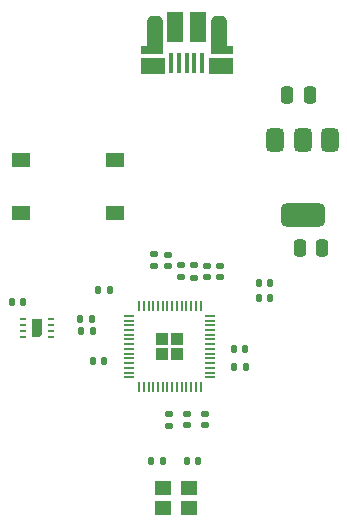
<source format=gtp>
G04 #@! TF.GenerationSoftware,KiCad,Pcbnew,8.0.5*
G04 #@! TF.CreationDate,2024-09-17T16:22:35-07:00*
G04 #@! TF.ProjectId,RP2040_PCB,52503230-3430-45f5-9043-422e6b696361,rev?*
G04 #@! TF.SameCoordinates,Original*
G04 #@! TF.FileFunction,Paste,Top*
G04 #@! TF.FilePolarity,Positive*
%FSLAX46Y46*%
G04 Gerber Fmt 4.6, Leading zero omitted, Abs format (unit mm)*
G04 Created by KiCad (PCBNEW 8.0.5) date 2024-09-17 16:22:35*
%MOMM*%
%LPD*%
G01*
G04 APERTURE LIST*
G04 Aperture macros list*
%AMRoundRect*
0 Rectangle with rounded corners*
0 $1 Rounding radius*
0 $2 $3 $4 $5 $6 $7 $8 $9 X,Y pos of 4 corners*
0 Add a 4 corners polygon primitive as box body*
4,1,4,$2,$3,$4,$5,$6,$7,$8,$9,$2,$3,0*
0 Add four circle primitives for the rounded corners*
1,1,$1+$1,$2,$3*
1,1,$1+$1,$4,$5*
1,1,$1+$1,$6,$7*
1,1,$1+$1,$8,$9*
0 Add four rect primitives between the rounded corners*
20,1,$1+$1,$2,$3,$4,$5,0*
20,1,$1+$1,$4,$5,$6,$7,0*
20,1,$1+$1,$6,$7,$8,$9,0*
20,1,$1+$1,$8,$9,$2,$3,0*%
%AMFreePoly0*
4,1,6,0.450000,-0.800000,-0.450000,-0.800000,-0.450000,0.530000,-0.180000,0.800000,0.450000,0.800000,0.450000,-0.800000,0.450000,-0.800000,$1*%
G04 Aperture macros list end*
%ADD10RoundRect,0.135000X-0.185000X0.135000X-0.185000X-0.135000X0.185000X-0.135000X0.185000X0.135000X0*%
%ADD11RoundRect,0.250000X-0.250000X-0.475000X0.250000X-0.475000X0.250000X0.475000X-0.250000X0.475000X0*%
%ADD12RoundRect,0.140000X0.140000X0.170000X-0.140000X0.170000X-0.140000X-0.170000X0.140000X-0.170000X0*%
%ADD13RoundRect,0.140000X-0.140000X-0.170000X0.140000X-0.170000X0.140000X0.170000X-0.140000X0.170000X0*%
%ADD14R,1.550000X1.300000*%
%ADD15RoundRect,0.140000X-0.170000X0.140000X-0.170000X-0.140000X0.170000X-0.140000X0.170000X0.140000X0*%
%ADD16RoundRect,0.140000X0.170000X-0.140000X0.170000X0.140000X-0.170000X0.140000X-0.170000X-0.140000X0*%
%ADD17RoundRect,0.135000X0.135000X0.185000X-0.135000X0.185000X-0.135000X-0.185000X0.135000X-0.185000X0*%
%ADD18RoundRect,0.375000X-0.375000X0.625000X-0.375000X-0.625000X0.375000X-0.625000X0.375000X0.625000X0*%
%ADD19RoundRect,0.500000X-1.400000X0.500000X-1.400000X-0.500000X1.400000X-0.500000X1.400000X0.500000X0*%
%ADD20FreePoly0,180.000000*%
%ADD21R,0.550000X0.250000*%
%ADD22RoundRect,0.250000X-0.292217X-0.292217X0.292217X-0.292217X0.292217X0.292217X-0.292217X0.292217X0*%
%ADD23RoundRect,0.050000X-0.387500X-0.050000X0.387500X-0.050000X0.387500X0.050000X-0.387500X0.050000X0*%
%ADD24RoundRect,0.050000X-0.050000X-0.387500X0.050000X-0.387500X0.050000X0.387500X-0.050000X0.387500X0*%
%ADD25R,0.400000X1.750000*%
%ADD26R,1.825000X0.700000*%
%ADD27R,2.000000X1.460000*%
%ADD28RoundRect,0.384800X0.265200X1.240200X-0.265200X1.240200X-0.265200X-1.240200X0.265200X-1.240200X0*%
%ADD29R,1.425000X2.500000*%
%ADD30R,1.400000X1.200000*%
G04 APERTURE END LIST*
D10*
G04 #@! TO.C,R5*
X155500000Y-98151781D03*
X155500000Y-99171781D03*
G04 #@! TD*
D11*
G04 #@! TO.C,C4*
X164456066Y-96711781D03*
X166356066Y-96711781D03*
G04 #@! TD*
D12*
G04 #@! TO.C,C15*
X147886066Y-106211781D03*
X146926066Y-106211781D03*
G04 #@! TD*
D13*
G04 #@! TO.C,C2*
X154926066Y-114711781D03*
X155886066Y-114711781D03*
G04 #@! TD*
D14*
G04 #@! TO.C,SW2*
X140886066Y-89211781D03*
X148836066Y-89211781D03*
X140886066Y-93711781D03*
X148836066Y-93711781D03*
G04 #@! TD*
D15*
G04 #@! TO.C,C13*
X154906066Y-110701781D03*
X154906066Y-111661781D03*
G04 #@! TD*
D13*
G04 #@! TO.C,C9*
X158900000Y-105250000D03*
X159860000Y-105250000D03*
G04 #@! TD*
G04 #@! TO.C,C10*
X161000000Y-100900000D03*
X161960000Y-100900000D03*
G04 #@! TD*
D15*
G04 #@! TO.C,C6*
X156406066Y-110721781D03*
X156406066Y-111681781D03*
G04 #@! TD*
D16*
G04 #@! TO.C,C16*
X157700000Y-99131781D03*
X157700000Y-98171781D03*
G04 #@! TD*
D10*
G04 #@! TO.C,R4*
X154400000Y-98130000D03*
X154400000Y-99150000D03*
G04 #@! TD*
D13*
G04 #@! TO.C,C11*
X158926066Y-106711781D03*
X159886066Y-106711781D03*
G04 #@! TD*
D11*
G04 #@! TO.C,C3*
X163406066Y-83711781D03*
X165306066Y-83711781D03*
G04 #@! TD*
D17*
G04 #@! TO.C,R6*
X146916066Y-102711781D03*
X145896066Y-102711781D03*
G04 #@! TD*
D12*
G04 #@! TO.C,C1*
X152866066Y-114711781D03*
X151906066Y-114711781D03*
G04 #@! TD*
D13*
G04 #@! TO.C,C14*
X160990000Y-99650000D03*
X161950000Y-99650000D03*
G04 #@! TD*
D16*
G04 #@! TO.C,C8*
X156600000Y-99140000D03*
X156600000Y-98180000D03*
G04 #@! TD*
D18*
G04 #@! TO.C,U1*
X167006066Y-87561781D03*
X164706066Y-87561781D03*
D19*
X164706066Y-93861781D03*
D18*
X162406066Y-87561781D03*
G04 #@! TD*
D16*
G04 #@! TO.C,C12*
X153300000Y-98200000D03*
X153300000Y-97240000D03*
G04 #@! TD*
D12*
G04 #@! TO.C,C5*
X141030000Y-101270000D03*
X140070000Y-101270000D03*
G04 #@! TD*
D16*
G04 #@! TO.C,C7*
X152150000Y-98171781D03*
X152150000Y-97211781D03*
G04 #@! TD*
D20*
G04 #@! TO.C,U4*
X142231066Y-103461781D03*
D21*
X143406066Y-104211781D03*
X143406066Y-103711781D03*
X143406066Y-103211781D03*
X143406066Y-102711781D03*
X141056066Y-102711781D03*
X141056066Y-103211781D03*
X141056066Y-103711781D03*
X141056066Y-104211781D03*
G04 #@! TD*
D22*
G04 #@! TO.C,U3*
X152831066Y-104374281D03*
X152831066Y-105649281D03*
X154106066Y-104374281D03*
X154106066Y-105649281D03*
D23*
X150031066Y-102411781D03*
X150031066Y-102811781D03*
X150031066Y-103211781D03*
X150031066Y-103611781D03*
X150031066Y-104011781D03*
X150031066Y-104411781D03*
X150031066Y-104811781D03*
X150031066Y-105211781D03*
X150031066Y-105611781D03*
X150031066Y-106011781D03*
X150031066Y-106411781D03*
X150031066Y-106811781D03*
X150031066Y-107211781D03*
X150031066Y-107611781D03*
D24*
X150868566Y-108449281D03*
X151268566Y-108449281D03*
X151668566Y-108449281D03*
X152068566Y-108449281D03*
X152468566Y-108449281D03*
X152868566Y-108449281D03*
X153268566Y-108449281D03*
X153668566Y-108449281D03*
X154068566Y-108449281D03*
X154468566Y-108449281D03*
X154868566Y-108449281D03*
X155268566Y-108449281D03*
X155668566Y-108449281D03*
X156068566Y-108449281D03*
D23*
X156906066Y-107611781D03*
X156906066Y-107211781D03*
X156906066Y-106811781D03*
X156906066Y-106411781D03*
X156906066Y-106011781D03*
X156906066Y-105611781D03*
X156906066Y-105211781D03*
X156906066Y-104811781D03*
X156906066Y-104411781D03*
X156906066Y-104011781D03*
X156906066Y-103611781D03*
X156906066Y-103211781D03*
X156906066Y-102811781D03*
X156906066Y-102411781D03*
D24*
X156068566Y-101574281D03*
X155668566Y-101574281D03*
X155268566Y-101574281D03*
X154868566Y-101574281D03*
X154468566Y-101574281D03*
X154068566Y-101574281D03*
X153668566Y-101574281D03*
X153268566Y-101574281D03*
X152868566Y-101574281D03*
X152468566Y-101574281D03*
X152068566Y-101574281D03*
X151668566Y-101574281D03*
X151268566Y-101574281D03*
X150868566Y-101574281D03*
G04 #@! TD*
D25*
G04 #@! TO.C,J2*
X156206066Y-81036781D03*
X155556066Y-81036781D03*
X154906066Y-81036781D03*
X154256066Y-81036781D03*
X153606066Y-81036781D03*
D26*
X157893566Y-79911781D03*
D27*
X157806066Y-81241781D03*
D28*
X157631066Y-78636781D03*
D29*
X155868566Y-77961781D03*
X153943566Y-77961781D03*
D28*
X152181066Y-78636781D03*
D27*
X152006066Y-81241781D03*
D26*
X151918566Y-79911781D03*
G04 #@! TD*
D30*
G04 #@! TO.C,Y1*
X152906066Y-118711781D03*
X155106066Y-118711781D03*
X155106066Y-117011781D03*
X152906066Y-117011781D03*
G04 #@! TD*
D10*
G04 #@! TO.C,R3*
X153406066Y-110711781D03*
X153406066Y-111731781D03*
G04 #@! TD*
D17*
G04 #@! TO.C,R2*
X146936066Y-103711781D03*
X145916066Y-103711781D03*
G04 #@! TD*
G04 #@! TO.C,R1*
X148426066Y-100211781D03*
X147406066Y-100211781D03*
G04 #@! TD*
M02*

</source>
